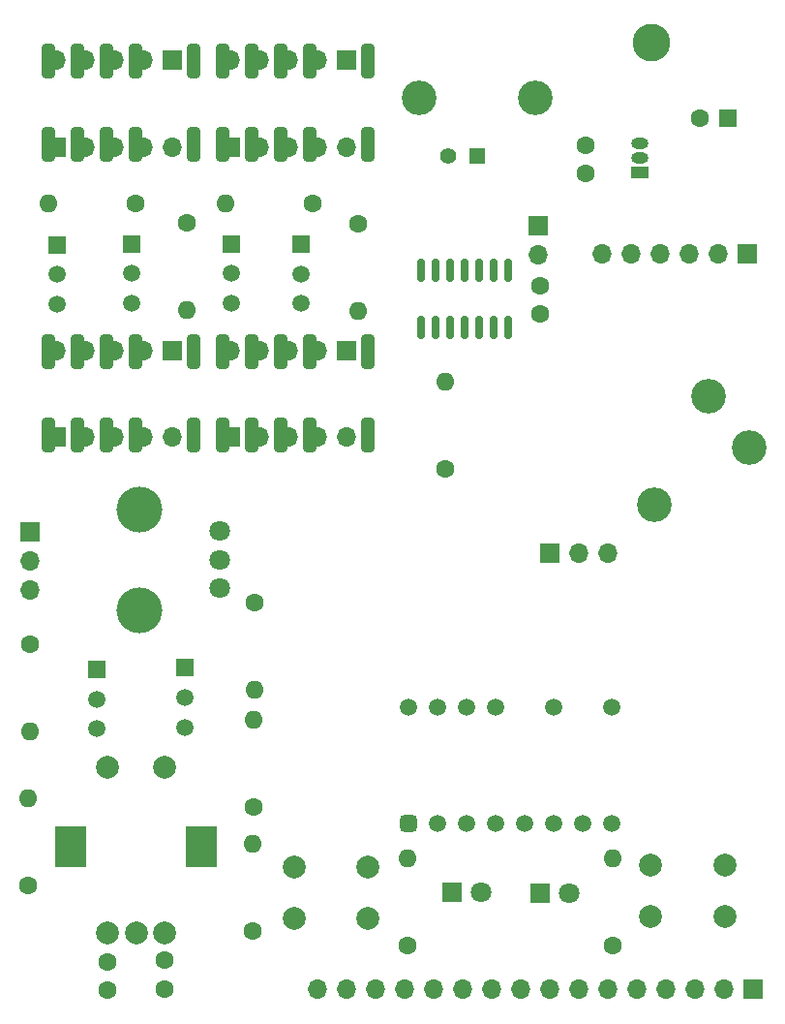
<source format=gbr>
%TF.GenerationSoftware,KiCad,Pcbnew,(6.0.7)*%
%TF.CreationDate,2023-03-08T11:17:01-08:00*%
%TF.ProjectId,Relay_LED,52656c61-795f-44c4-9544-2e6b69636164,rev?*%
%TF.SameCoordinates,Original*%
%TF.FileFunction,Soldermask,Top*%
%TF.FilePolarity,Negative*%
%FSLAX46Y46*%
G04 Gerber Fmt 4.6, Leading zero omitted, Abs format (unit mm)*
G04 Created by KiCad (PCBNEW (6.0.7)) date 2023-03-08 11:17:01*
%MOMM*%
%LPD*%
G01*
G04 APERTURE LIST*
G04 Aperture macros list*
%AMRoundRect*
0 Rectangle with rounded corners*
0 $1 Rounding radius*
0 $2 $3 $4 $5 $6 $7 $8 $9 X,Y pos of 4 corners*
0 Add a 4 corners polygon primitive as box body*
4,1,4,$2,$3,$4,$5,$6,$7,$8,$9,$2,$3,0*
0 Add four circle primitives for the rounded corners*
1,1,$1+$1,$2,$3*
1,1,$1+$1,$4,$5*
1,1,$1+$1,$6,$7*
1,1,$1+$1,$8,$9*
0 Add four rect primitives between the rounded corners*
20,1,$1+$1,$2,$3,$4,$5,0*
20,1,$1+$1,$4,$5,$6,$7,0*
20,1,$1+$1,$6,$7,$8,$9,0*
20,1,$1+$1,$8,$9,$2,$3,0*%
G04 Aperture macros list end*
%ADD10C,2.000000*%
%ADD11R,2.800000X3.600000*%
%ADD12RoundRect,0.150000X-0.150000X0.825000X-0.150000X-0.825000X0.150000X-0.825000X0.150000X0.825000X0*%
%ADD13C,1.600000*%
%ADD14O,1.600000X1.600000*%
%ADD15C,4.000000*%
%ADD16C,1.800000*%
%ADD17C,3.016000*%
%ADD18R,1.700000X1.700000*%
%ADD19O,1.700000X1.700000*%
%ADD20RoundRect,0.249750X0.305250X1.250250X-0.305250X1.250250X-0.305250X-1.250250X0.305250X-1.250250X0*%
%ADD21R,1.500000X1.500000*%
%ADD22C,1.500000*%
%ADD23R,1.600000X1.600000*%
%ADD24C,3.300000*%
%ADD25RoundRect,0.375000X0.375000X-0.375000X0.375000X0.375000X-0.375000X0.375000X-0.375000X-0.375000X0*%
%ADD26R,1.800000X1.800000*%
%ADD27R,1.398000X1.398000*%
%ADD28C,1.398000*%
%ADD29C,3.015000*%
%ADD30R,1.500000X1.000000*%
%ADD31O,1.500000X1.000000*%
G04 APERTURE END LIST*
D10*
%TO.C,S1*%
X59725000Y-115900000D03*
X64725000Y-115900000D03*
D11*
X56525000Y-122900000D03*
X67925000Y-122900000D03*
D10*
X59725000Y-130400000D03*
X64725000Y-130400000D03*
X62225000Y-130400000D03*
%TD*%
D12*
%TO.C,U1*%
X94785000Y-72525000D03*
X93515000Y-72525000D03*
X92245000Y-72525000D03*
X90975000Y-72525000D03*
X89705000Y-72525000D03*
X88435000Y-72525000D03*
X87165000Y-72525000D03*
X87165000Y-77475000D03*
X88435000Y-77475000D03*
X89705000Y-77475000D03*
X90975000Y-77475000D03*
X92245000Y-77475000D03*
X93515000Y-77475000D03*
X94785000Y-77475000D03*
%TD*%
D13*
%TO.C,R3*%
X72550000Y-101540000D03*
D14*
X72550000Y-109160000D03*
%TD*%
D15*
%TO.C,R9*%
X62500000Y-102175000D03*
X62500000Y-93375000D03*
D16*
X69500000Y-95275000D03*
X69500000Y-97775000D03*
X69500000Y-100275000D03*
%TD*%
D17*
%TO.C,CON1*%
X115825000Y-88007100D03*
X112325000Y-83507100D03*
X107525000Y-93007100D03*
%TD*%
D18*
%TO.C,J7*%
X55260000Y-87090000D03*
D19*
X57800000Y-87090000D03*
X60340000Y-87090000D03*
X62880000Y-87090000D03*
X65420000Y-87090000D03*
%TD*%
D13*
%TO.C,C5*%
X101500000Y-61525000D03*
X101500000Y-64025000D03*
%TD*%
D18*
%TO.C,J13*%
X80645000Y-54080000D03*
D19*
X78105000Y-54080000D03*
X75565000Y-54080000D03*
X73025000Y-54080000D03*
X70485000Y-54080000D03*
%TD*%
D18*
%TO.C,J1*%
X116200000Y-135350000D03*
D19*
X113660000Y-135350000D03*
X111120000Y-135350000D03*
X108580000Y-135350000D03*
X106040000Y-135350000D03*
X103500000Y-135350000D03*
X100960000Y-135350000D03*
X98420000Y-135350000D03*
X95880000Y-135350000D03*
X93340000Y-135350000D03*
X90800000Y-135350000D03*
X88260000Y-135350000D03*
X85720000Y-135350000D03*
X83180000Y-135350000D03*
X80640000Y-135350000D03*
X78100000Y-135350000D03*
%TD*%
D13*
%TO.C,R10*%
X62150000Y-66675000D03*
D14*
X54530000Y-66675000D03*
%TD*%
D20*
%TO.C,RY2*%
X67240000Y-79600000D03*
X62160000Y-79600000D03*
X59620000Y-79600000D03*
X57080000Y-79600000D03*
X54540000Y-79600000D03*
X54540000Y-86890000D03*
X57080000Y-86890000D03*
X59620000Y-86890000D03*
X62160000Y-86890000D03*
X67240000Y-86890000D03*
%TD*%
D18*
%TO.C,J2*%
X115700000Y-71025000D03*
D19*
X113160000Y-71025000D03*
X110620000Y-71025000D03*
X108080000Y-71025000D03*
X105540000Y-71025000D03*
X103000000Y-71025000D03*
%TD*%
D13*
%TO.C,R8*%
X89300000Y-89860000D03*
D14*
X89300000Y-82240000D03*
%TD*%
D18*
%TO.C,J12*%
X65410000Y-79480000D03*
D19*
X62870000Y-79480000D03*
X60330000Y-79480000D03*
X57790000Y-79480000D03*
X55250000Y-79480000D03*
%TD*%
D18*
%TO.C,J8*%
X70495000Y-61700000D03*
D19*
X73035000Y-61700000D03*
X75575000Y-61700000D03*
X78115000Y-61700000D03*
X80655000Y-61700000D03*
%TD*%
D13*
%TO.C,R13*%
X81650000Y-68400000D03*
D14*
X81650000Y-76020000D03*
%TD*%
D13*
%TO.C,R4*%
X52900000Y-105200000D03*
D14*
X52900000Y-112820000D03*
%TD*%
D18*
%TO.C,J5*%
X97375000Y-68575000D03*
D19*
X97375000Y-71115000D03*
%TD*%
D21*
%TO.C,Q2*%
X58800000Y-107375000D03*
D22*
X58800000Y-109975000D03*
X58800000Y-112575000D03*
%TD*%
D23*
%TO.C,C3*%
X114007380Y-59225000D03*
D13*
X111507380Y-59225000D03*
%TD*%
D18*
%TO.C,J9*%
X70500000Y-87090000D03*
D19*
X73040000Y-87090000D03*
X75580000Y-87090000D03*
X78120000Y-87090000D03*
X80660000Y-87090000D03*
%TD*%
D24*
%TO.C,REF\u002A\u002A*%
X107310000Y-52600000D03*
%TD*%
D18*
%TO.C,J4*%
X52950000Y-95325000D03*
D19*
X52950000Y-97865000D03*
X52950000Y-100405000D03*
%TD*%
D13*
%TO.C,C2*%
X59750000Y-132925000D03*
X59750000Y-135425000D03*
%TD*%
%TO.C,R11*%
X66625000Y-68375000D03*
D14*
X66625000Y-75995000D03*
%TD*%
D13*
%TO.C,R7*%
X52750000Y-126235000D03*
D14*
X52750000Y-118615000D03*
%TD*%
D25*
%TO.C,DSP1*%
X86010000Y-120847500D03*
D22*
X88550000Y-120847500D03*
X91090000Y-120847500D03*
X93630000Y-120847500D03*
X96170000Y-120847500D03*
X98710000Y-120847500D03*
X101250000Y-120847500D03*
X103790000Y-120847500D03*
X103790000Y-110687500D03*
X98710000Y-110687500D03*
X93630000Y-110687500D03*
X91090000Y-110687500D03*
X88550000Y-110687500D03*
X86010000Y-110687500D03*
%TD*%
D21*
%TO.C,Q5*%
X70550000Y-70175000D03*
D22*
X70550000Y-72775000D03*
X70550000Y-75375000D03*
%TD*%
D10*
%TO.C,SW2*%
X82525000Y-124600000D03*
X76025000Y-124600000D03*
X82525000Y-129100000D03*
X76025000Y-129100000D03*
%TD*%
D13*
%TO.C,R12*%
X77650000Y-66675000D03*
D14*
X70030000Y-66675000D03*
%TD*%
D26*
%TO.C,D2*%
X97600000Y-126925000D03*
D16*
X100140000Y-126925000D03*
%TD*%
D27*
%TO.C,J10*%
X92050000Y-62466500D03*
D28*
X89510000Y-62466500D03*
D29*
X86970000Y-57386500D03*
X97130000Y-57386500D03*
%TD*%
D13*
%TO.C,C1*%
X97525000Y-73825000D03*
X97525000Y-76325000D03*
%TD*%
%TO.C,R5*%
X72475000Y-119400000D03*
D14*
X72475000Y-111780000D03*
%TD*%
D18*
%TO.C,J14*%
X80650000Y-79480000D03*
D19*
X78110000Y-79480000D03*
X75570000Y-79480000D03*
X73030000Y-79480000D03*
X70490000Y-79480000D03*
%TD*%
D21*
%TO.C,Q3*%
X55275000Y-70250000D03*
D22*
X55275000Y-72850000D03*
X55275000Y-75450000D03*
%TD*%
D13*
%TO.C,C4*%
X64750000Y-132800000D03*
X64750000Y-135300000D03*
%TD*%
D30*
%TO.C,U2*%
X106275000Y-63920000D03*
D31*
X106275000Y-62650000D03*
X106275000Y-61380000D03*
%TD*%
D20*
%TO.C,RY3*%
X82475000Y-54205000D03*
X77395000Y-54205000D03*
X74855000Y-54205000D03*
X72315000Y-54205000D03*
X69775000Y-54205000D03*
X69775000Y-61495000D03*
X72315000Y-61495000D03*
X74855000Y-61495000D03*
X77395000Y-61495000D03*
X82475000Y-61495000D03*
%TD*%
D10*
%TO.C,SW1*%
X113750000Y-124500000D03*
X107250000Y-124500000D03*
X107250000Y-129000000D03*
X113750000Y-129000000D03*
%TD*%
D13*
%TO.C,R2*%
X103900000Y-131485000D03*
D14*
X103900000Y-123865000D03*
%TD*%
D26*
%TO.C,D1*%
X89875000Y-126875000D03*
D16*
X92415000Y-126875000D03*
%TD*%
D18*
%TO.C,J3*%
X98425000Y-97250000D03*
D19*
X100965000Y-97250000D03*
X103505000Y-97250000D03*
%TD*%
D20*
%TO.C,RY4*%
X82475000Y-79605000D03*
X77395000Y-79605000D03*
X74855000Y-79605000D03*
X72315000Y-79605000D03*
X69775000Y-79605000D03*
X69775000Y-86895000D03*
X72315000Y-86895000D03*
X74855000Y-86895000D03*
X77395000Y-86895000D03*
X82475000Y-86895000D03*
%TD*%
D13*
%TO.C,R6*%
X72400000Y-130195000D03*
D14*
X72400000Y-122575000D03*
%TD*%
D21*
%TO.C,Q1*%
X66500000Y-107225000D03*
D22*
X66500000Y-109825000D03*
X66500000Y-112425000D03*
%TD*%
D18*
%TO.C,J11*%
X65405000Y-54080000D03*
D19*
X62865000Y-54080000D03*
X60325000Y-54080000D03*
X57785000Y-54080000D03*
X55245000Y-54080000D03*
%TD*%
D13*
%TO.C,R1*%
X86000000Y-131485000D03*
D14*
X86000000Y-123865000D03*
%TD*%
D21*
%TO.C,Q6*%
X76675000Y-70200000D03*
D22*
X76675000Y-72800000D03*
X76675000Y-75400000D03*
%TD*%
D21*
%TO.C,Q4*%
X61800000Y-70175000D03*
D22*
X61800000Y-72775000D03*
X61800000Y-75375000D03*
%TD*%
D18*
%TO.C,J6*%
X55255000Y-61700000D03*
D19*
X57795000Y-61700000D03*
X60335000Y-61700000D03*
X62875000Y-61700000D03*
X65415000Y-61700000D03*
%TD*%
D20*
%TO.C,RY1*%
X67235000Y-54205000D03*
X62155000Y-54205000D03*
X59615000Y-54205000D03*
X57075000Y-54205000D03*
X54535000Y-54205000D03*
X54535000Y-61495000D03*
X57075000Y-61495000D03*
X59615000Y-61495000D03*
X62155000Y-61495000D03*
X67235000Y-61495000D03*
%TD*%
M02*

</source>
